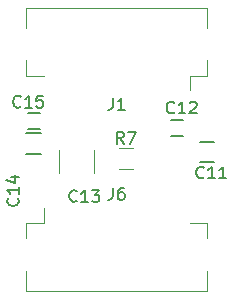
<source format=gbr>
G04 #@! TF.GenerationSoftware,KiCad,Pcbnew,5.1.4+dfsg1-1*
G04 #@! TF.CreationDate,2020-09-03T16:06:36+02:00*
G04 #@! TF.ProjectId,FPC_INVERTER,4650435f-494e-4564-9552-5445522e6b69,rev?*
G04 #@! TF.SameCoordinates,PX5095e20PY1312d00*
G04 #@! TF.FileFunction,Legend,Top*
G04 #@! TF.FilePolarity,Positive*
%FSLAX46Y46*%
G04 Gerber Fmt 4.6, Leading zero omitted, Abs format (unit mm)*
G04 Created by KiCad (PCBNEW 5.1.4+dfsg1-1) date 2020-09-03 16:06:36*
%MOMM*%
%LPD*%
G04 APERTURE LIST*
%ADD10C,0.120000*%
%ADD11C,0.150000*%
%ADD12R,1.800000X2.200000*%
%ADD13R,0.300000X1.300000*%
%ADD14R,1.000000X1.300000*%
%ADD15R,0.900000X0.900000*%
%ADD16R,2.500000X1.000000*%
%ADD17R,1.500000X1.300000*%
%ADD18C,0.600000*%
%ADD19C,0.889000*%
G04 APERTURE END LIST*
D10*
X3340000Y-18700000D02*
X1850000Y-18700000D01*
X1850000Y-18700000D02*
X1850000Y-20040000D01*
X15660000Y-18700000D02*
X17150000Y-18700000D01*
X17150000Y-18700000D02*
X17150000Y-20040000D01*
X1850000Y-22760000D02*
X1850000Y-24500000D01*
X1850000Y-24500000D02*
X17150000Y-24500000D01*
X17150000Y-24500000D02*
X17150000Y-22760000D01*
X3340000Y-18700000D02*
X3340000Y-17500000D01*
D11*
X17770000Y-13595000D02*
X16570000Y-13595000D01*
X16570000Y-11845000D02*
X17770000Y-11845000D01*
X14110000Y-10015000D02*
X15110000Y-10015000D01*
X15110000Y-11365000D02*
X14110000Y-11365000D01*
D10*
X4620000Y-12530000D02*
X4620000Y-14530000D01*
X7580000Y-14530000D02*
X7580000Y-12530000D01*
D11*
X1850000Y-11125000D02*
X3050000Y-11125000D01*
X3050000Y-12875000D02*
X1850000Y-12875000D01*
X3000000Y-10750001D02*
X2000000Y-10750001D01*
X2000000Y-9400001D02*
X3000000Y-9400001D01*
D10*
X15660000Y-6300000D02*
X15660000Y-7500000D01*
X1850000Y-500000D02*
X1850000Y-2240000D01*
X17150000Y-500000D02*
X1850000Y-500000D01*
X17150000Y-2240000D02*
X17150000Y-500000D01*
X1850000Y-6300000D02*
X1850000Y-4960000D01*
X3340000Y-6300000D02*
X1850000Y-6300000D01*
X17150000Y-6300000D02*
X17150000Y-4960000D01*
X15660000Y-6300000D02*
X17150000Y-6300000D01*
X9650000Y-12370000D02*
X10850000Y-12370000D01*
X10850000Y-14130000D02*
X9650000Y-14130000D01*
D11*
X9166666Y-15752380D02*
X9166666Y-16466666D01*
X9119047Y-16609523D01*
X9023809Y-16704761D01*
X8880952Y-16752380D01*
X8785714Y-16752380D01*
X10071428Y-15752380D02*
X9880952Y-15752380D01*
X9785714Y-15800000D01*
X9738095Y-15847619D01*
X9642857Y-15990476D01*
X9595238Y-16180952D01*
X9595238Y-16561904D01*
X9642857Y-16657142D01*
X9690476Y-16704761D01*
X9785714Y-16752380D01*
X9976190Y-16752380D01*
X10071428Y-16704761D01*
X10119047Y-16657142D01*
X10166666Y-16561904D01*
X10166666Y-16323809D01*
X10119047Y-16228571D01*
X10071428Y-16180952D01*
X9976190Y-16133333D01*
X9785714Y-16133333D01*
X9690476Y-16180952D01*
X9642857Y-16228571D01*
X9595238Y-16323809D01*
X16857142Y-14857142D02*
X16809523Y-14904761D01*
X16666666Y-14952380D01*
X16571428Y-14952380D01*
X16428571Y-14904761D01*
X16333333Y-14809523D01*
X16285714Y-14714285D01*
X16238095Y-14523809D01*
X16238095Y-14380952D01*
X16285714Y-14190476D01*
X16333333Y-14095238D01*
X16428571Y-14000000D01*
X16571428Y-13952380D01*
X16666666Y-13952380D01*
X16809523Y-14000000D01*
X16857142Y-14047619D01*
X17809523Y-14952380D02*
X17238095Y-14952380D01*
X17523809Y-14952380D02*
X17523809Y-13952380D01*
X17428571Y-14095238D01*
X17333333Y-14190476D01*
X17238095Y-14238095D01*
X18761904Y-14952380D02*
X18190476Y-14952380D01*
X18476190Y-14952380D02*
X18476190Y-13952380D01*
X18380952Y-14095238D01*
X18285714Y-14190476D01*
X18190476Y-14238095D01*
X14357142Y-9357142D02*
X14309523Y-9404761D01*
X14166666Y-9452380D01*
X14071428Y-9452380D01*
X13928571Y-9404761D01*
X13833333Y-9309523D01*
X13785714Y-9214285D01*
X13738095Y-9023809D01*
X13738095Y-8880952D01*
X13785714Y-8690476D01*
X13833333Y-8595238D01*
X13928571Y-8500000D01*
X14071428Y-8452380D01*
X14166666Y-8452380D01*
X14309523Y-8500000D01*
X14357142Y-8547619D01*
X15309523Y-9452380D02*
X14738095Y-9452380D01*
X15023809Y-9452380D02*
X15023809Y-8452380D01*
X14928571Y-8595238D01*
X14833333Y-8690476D01*
X14738095Y-8738095D01*
X15690476Y-8547619D02*
X15738095Y-8500000D01*
X15833333Y-8452380D01*
X16071428Y-8452380D01*
X16166666Y-8500000D01*
X16214285Y-8547619D01*
X16261904Y-8642857D01*
X16261904Y-8738095D01*
X16214285Y-8880952D01*
X15642857Y-9452380D01*
X16261904Y-9452380D01*
X6107142Y-16857142D02*
X6059523Y-16904761D01*
X5916666Y-16952380D01*
X5821428Y-16952380D01*
X5678571Y-16904761D01*
X5583333Y-16809523D01*
X5535714Y-16714285D01*
X5488095Y-16523809D01*
X5488095Y-16380952D01*
X5535714Y-16190476D01*
X5583333Y-16095238D01*
X5678571Y-16000000D01*
X5821428Y-15952380D01*
X5916666Y-15952380D01*
X6059523Y-16000000D01*
X6107142Y-16047619D01*
X7059523Y-16952380D02*
X6488095Y-16952380D01*
X6773809Y-16952380D02*
X6773809Y-15952380D01*
X6678571Y-16095238D01*
X6583333Y-16190476D01*
X6488095Y-16238095D01*
X7392857Y-15952380D02*
X8011904Y-15952380D01*
X7678571Y-16333333D01*
X7821428Y-16333333D01*
X7916666Y-16380952D01*
X7964285Y-16428571D01*
X8011904Y-16523809D01*
X8011904Y-16761904D01*
X7964285Y-16857142D01*
X7916666Y-16904761D01*
X7821428Y-16952380D01*
X7535714Y-16952380D01*
X7440476Y-16904761D01*
X7392857Y-16857142D01*
X1107142Y-16642857D02*
X1154761Y-16690476D01*
X1202380Y-16833333D01*
X1202380Y-16928571D01*
X1154761Y-17071428D01*
X1059523Y-17166666D01*
X964285Y-17214285D01*
X773809Y-17261904D01*
X630952Y-17261904D01*
X440476Y-17214285D01*
X345238Y-17166666D01*
X250000Y-17071428D01*
X202380Y-16928571D01*
X202380Y-16833333D01*
X250000Y-16690476D01*
X297619Y-16642857D01*
X1202380Y-15690476D02*
X1202380Y-16261904D01*
X1202380Y-15976190D02*
X202380Y-15976190D01*
X345238Y-16071428D01*
X440476Y-16166666D01*
X488095Y-16261904D01*
X535714Y-14833333D02*
X1202380Y-14833333D01*
X154761Y-15071428D02*
X869047Y-15309523D01*
X869047Y-14690476D01*
X1357142Y-8857142D02*
X1309523Y-8904761D01*
X1166666Y-8952380D01*
X1071428Y-8952380D01*
X928571Y-8904761D01*
X833333Y-8809523D01*
X785714Y-8714285D01*
X738095Y-8523809D01*
X738095Y-8380952D01*
X785714Y-8190476D01*
X833333Y-8095238D01*
X928571Y-8000000D01*
X1071428Y-7952380D01*
X1166666Y-7952380D01*
X1309523Y-8000000D01*
X1357142Y-8047619D01*
X2309523Y-8952380D02*
X1738095Y-8952380D01*
X2023809Y-8952380D02*
X2023809Y-7952380D01*
X1928571Y-8095238D01*
X1833333Y-8190476D01*
X1738095Y-8238095D01*
X3214285Y-7952380D02*
X2738095Y-7952380D01*
X2690476Y-8428571D01*
X2738095Y-8380952D01*
X2833333Y-8333333D01*
X3071428Y-8333333D01*
X3166666Y-8380952D01*
X3214285Y-8428571D01*
X3261904Y-8523809D01*
X3261904Y-8761904D01*
X3214285Y-8857142D01*
X3166666Y-8904761D01*
X3071428Y-8952380D01*
X2833333Y-8952380D01*
X2738095Y-8904761D01*
X2690476Y-8857142D01*
X9166666Y-8152380D02*
X9166666Y-8866666D01*
X9119047Y-9009523D01*
X9023809Y-9104761D01*
X8880952Y-9152380D01*
X8785714Y-9152380D01*
X10166666Y-9152380D02*
X9595238Y-9152380D01*
X9880952Y-9152380D02*
X9880952Y-8152380D01*
X9785714Y-8295238D01*
X9690476Y-8390476D01*
X9595238Y-8438095D01*
X10083333Y-12002380D02*
X9750000Y-11526190D01*
X9511904Y-12002380D02*
X9511904Y-11002380D01*
X9892857Y-11002380D01*
X9988095Y-11050000D01*
X10035714Y-11097619D01*
X10083333Y-11192857D01*
X10083333Y-11335714D01*
X10035714Y-11430952D01*
X9988095Y-11478571D01*
X9892857Y-11526190D01*
X9511904Y-11526190D01*
X10416666Y-11002380D02*
X11083333Y-11002380D01*
X10654761Y-12002380D01*
%LPC*%
D12*
X17150000Y-21400000D03*
X1850000Y-21400000D03*
D13*
X3750000Y-18150000D03*
X4250000Y-18150000D03*
X4750000Y-18150000D03*
X5250000Y-18150000D03*
X5750000Y-18150000D03*
X6250000Y-18150000D03*
X6750000Y-18150000D03*
X7250000Y-18150000D03*
X7750000Y-18150000D03*
X8250000Y-18150000D03*
X8750000Y-18150000D03*
X9250000Y-18150000D03*
X9750000Y-18150000D03*
X10250000Y-18150000D03*
X10750000Y-18150000D03*
X11250000Y-18150000D03*
X11750000Y-18150000D03*
X12250000Y-18150000D03*
X12750000Y-18150000D03*
X13250000Y-18150000D03*
X13750000Y-18150000D03*
X14250000Y-18150000D03*
X14750000Y-18150000D03*
X15250000Y-18150000D03*
D14*
X16120000Y-12720000D03*
X18220000Y-12720000D03*
D15*
X15560000Y-10690000D03*
X13660000Y-10690000D03*
D16*
X6100000Y-15030000D03*
X6100000Y-12030000D03*
D14*
X3500000Y-12000000D03*
X1400000Y-12000000D03*
D15*
X1550000Y-10075001D03*
X3450000Y-10075001D03*
D13*
X3750000Y-6850000D03*
X4250000Y-6850000D03*
X4750000Y-6850000D03*
X5250000Y-6850000D03*
X5750000Y-6850000D03*
X6250000Y-6850000D03*
X6750000Y-6850000D03*
X7250000Y-6850000D03*
X7750000Y-6850000D03*
X8250000Y-6850000D03*
X8750000Y-6850000D03*
X9250000Y-6850000D03*
X9750000Y-6850000D03*
X10250000Y-6850000D03*
X10750000Y-6850000D03*
X11250000Y-6850000D03*
X11750000Y-6850000D03*
X12250000Y-6850000D03*
X12750000Y-6850000D03*
X13250000Y-6850000D03*
X13750000Y-6850000D03*
X14250000Y-6850000D03*
X14750000Y-6850000D03*
X15250000Y-6850000D03*
D12*
X17150000Y-3600000D03*
X1850000Y-3600000D03*
D17*
X11600000Y-13250000D03*
X8900000Y-13250000D03*
D18*
X4270000Y-1200000D03*
X2190000Y-16310000D03*
X11120000Y-4130000D03*
X12490000Y-2970000D03*
X17330000Y-9700000D03*
X12958032Y-23902000D03*
X15810000Y-14820000D03*
X15030000Y-20720000D03*
X9623000Y-20387963D03*
X14840000Y-14800000D03*
X8055964Y-998000D03*
X2540000Y-14280000D03*
X9740000Y-14810000D03*
X8750000Y-3620000D03*
X8750000Y-10370000D03*
X10280000Y-21000000D03*
X10750000Y-14800000D03*
X8250000Y-4650000D03*
X7760000Y-10340000D03*
X11200000Y-21570000D03*
X11750000Y-14790000D03*
X7340000Y-2940000D03*
X6750000Y-10340000D03*
X12250000Y-21860000D03*
X12750000Y-14750000D03*
X6270000Y-2380000D03*
X5750000Y-10325000D03*
X13275000Y-22400000D03*
X4750000Y-10300000D03*
X14250000Y-22425000D03*
D19*
X17690000Y-16030000D03*
X5470000Y-23250000D03*
X2570000Y-17940000D03*
X3860000Y-14870000D03*
X16490000Y-17950000D03*
X18250000Y-10750000D03*
X750000Y-13500000D03*
D18*
X13750000Y-14700000D03*
X5300000Y-2325000D03*
M02*

</source>
